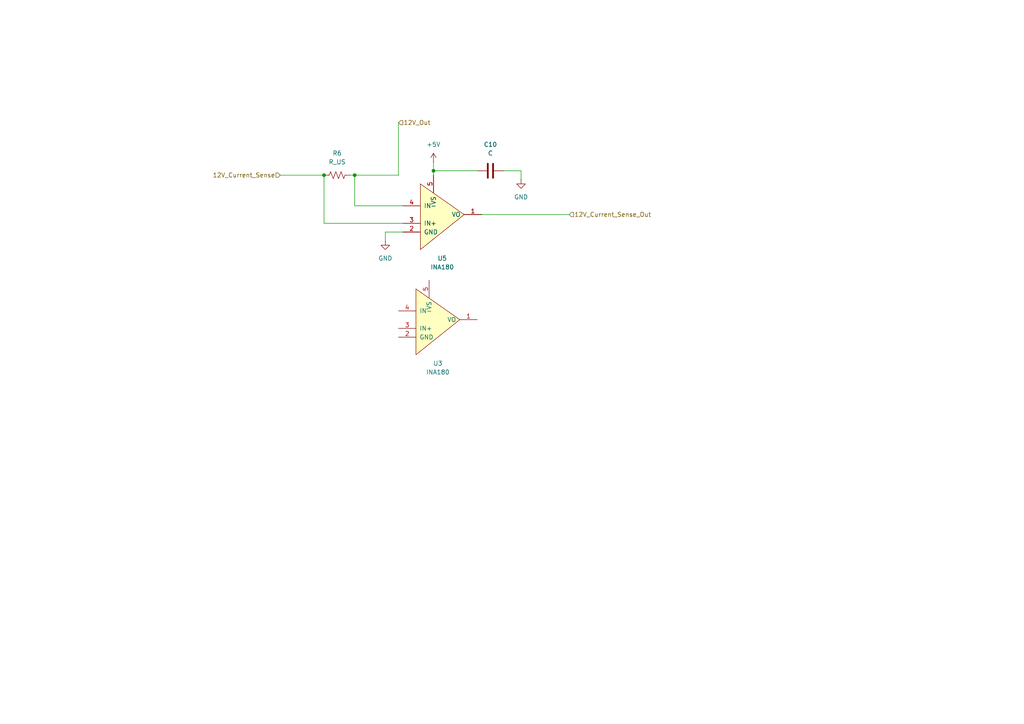
<source format=kicad_sch>
(kicad_sch (version 20231120) (generator "eeschema") (generator_version "8.0")
  (paper "A4")
  (lib_symbols
    (symbol "Device:C" (pin_numbers hide) (pin_names (offset 0.254))
      (property "Reference" "C" (at 0.635 2.54 0))
      (property "Value" "C" (at 0.635 -2.54 0))
      (symbol "C_0_1"
        (polyline (pts (xy -2.032 -0.762) (xy 2.032 -0.762)) (stroke (width 0.508)))
        (polyline (pts (xy -2.032 0.762) (xy 2.032 0.762)) (stroke (width 0.508)))
      )
      (symbol "C_1_1"
        (pin passive line (at 0 3.81 270) (length 2.794) (name "~") (number "1"))
        (pin passive line (at 0 -3.81 90) (length 2.794) (name "~") (number "2"))
      )
    )
    (symbol "Device:R_US" (pin_numbers hide) (pin_names (offset 0))
      (property "Reference" "R" (at 2.54 0 90))
      (property "Value" "R_US" (at -2.54 0 90))
      (symbol "R_US_0_1"
        (polyline (pts (xy 0 -2.286) (xy 0 -2.54)))
        (polyline (pts (xy 0 2.286) (xy 0 2.54)))
        (polyline (pts (xy 0 -0.762) (xy 1.016 -1.143) (xy 0 -1.524) (xy -1.016 -1.905) (xy 0 -2.286)))
        (polyline (pts (xy 0 0.762) (xy 1.016 0.381) (xy 0 0) (xy -1.016 -0.381) (xy 0 -0.762)))
        (polyline (pts (xy 0 2.286) (xy 1.016 1.905) (xy 0 1.524) (xy -1.016 1.143) (xy 0 0.762)))
      )
      (symbol "R_US_1_1"
        (pin passive line (at 0 3.81 270) (length 1.27) (name "~") (number "1"))
        (pin passive line (at 0 -3.81 90) (length 1.27) (name "~") (number "2"))
      )
    )
    (symbol "canhw:INA180" (pin_names (offset 1.016))
      (property "Reference" "U" (at -5.08 13.97 0))
      (property "Value" "INA180" (at -11.43 15.24 0))
      (symbol "INA180_0_1"
        (polyline (pts (xy 5.08 0) (xy -7.62 8.89)))
        (polyline (pts (xy -7.62 8.89) (xy -7.62 -10.16) (xy 5.08 0)) (fill (type background)))
      )
      (symbol "INA180_1_1"
        (pin output line (at 10.16 0 180) (length 5.08) (name "VO") (number "1"))
        (pin power_in line (at -12.7 -5.08 0) (length 5.08) (name "GND") (number "2"))
        (pin input line (at -12.7 -2.54 0) (length 5.08) (name "IN+") (number "3"))
        (pin input line (at -12.7 2.54 0) (length 5.08) (name "IN-") (number "4"))
        (pin power_in line (at -3.81 11.43 270) (length 5.08) (name "VS") (number "5"))
      )
    )
    (symbol "power:+5V" (power) (pin_numbers hide) (pin_names (offset 0) hide)
      (property "Value" "+5V" (at 0 3.556 0))
      (symbol "+5V_0_1"
        (polyline (pts (xy -0.762 1.27) (xy 0 2.54)))
        (polyline (pts (xy 0 0) (xy 0 2.54)))
        (polyline (pts (xy 0 2.54) (xy 0.762 1.27)))
      )
      (symbol "+5V_1_1"
        (pin power_in line (at 0 0 90) (length 0) (name "~") (number "1"))
      )
    )
    (symbol "power:GND" (power) (pin_numbers hide) (pin_names (offset 0) hide)
      (property "Value" "GND" (at 0 -3.81 0))
      (symbol "GND_0_1"
        (polyline (pts (xy 0 0) (xy 0 -1.27) (xy 1.27 -1.27) (xy 0 -2.54) (xy -1.27 -1.27) (xy 0 -1.27)))
      )
      (symbol "GND_1_1"
        (pin power_in line (at 0 0 270) (length 0) (name "~") (number "1"))
      )
    )
  )
  (junction (at 93.98 50.8))
  (junction (at 125.73 49.53))
  (junction (at 102.87 50.8))
  (wire (pts (xy 146.05 49.53) (xy 151.13 49.53)))
  (wire (pts (xy 93.98 50.8) (xy 93.98 64.77)))
  (wire (pts (xy 101.6 50.8) (xy 102.87 50.8)))
  (wire (pts (xy 115.57 35.56) (xy 115.57 50.8)))
  (wire (pts (xy 125.73 46.99) (xy 125.73 49.53)))
  (wire (pts (xy 125.73 49.53) (xy 125.73 50.8)))
  (wire (pts (xy 102.87 59.69) (xy 116.84 59.69)))
  (wire (pts (xy 116.84 64.77) (xy 93.98 64.77)))
  (wire (pts (xy 151.13 49.53) (xy 151.13 52.07)))
  (wire (pts (xy 111.76 67.31) (xy 116.84 67.31)))
  (wire (pts (xy 102.87 50.8) (xy 115.57 50.8)))
  (wire (pts (xy 111.76 69.85) (xy 111.76 67.31)))
  (wire (pts (xy 93.98 50.8) (xy 81.28 50.8)))
  (wire (pts (xy 102.87 50.8) (xy 102.87 59.69)))
  (wire (pts (xy 125.73 49.53) (xy 138.43 49.53)))
  (wire (pts (xy 139.7 62.23) (xy 165.1 62.23)))
  (hierarchical_label "12V_Current_Sense_Out" (shape input) (at 165.1 62.23 0))
  (hierarchical_label "12V_Out" (shape input) (at 115.57 35.56 0))
  (hierarchical_label "12V_Current_Sense" (shape input) (at 81.28 50.8 180))
  (symbol (lib_id "Device:C") (at 142.24 49.53 90) (unit 1)
    (property "Reference" "C10" (at 142.24 41.91 90))
    (property "Value" "C" (at 142.24 44.45 90))
    (property "Description" "Unpolarized capacitor" (effects (hide yes)))
  )
  (symbol (lib_id "power:+5V") (at 125.73 46.99 0) (unit 1)
    (property "Reference" "#PWR022" (effects (hide yes)))
    (property "Value" "+5V" (at 125.73 41.91 0))
    (property "Description" "Power symbol creates a global label with name \"+5V\"" (effects (hide yes)))
  )
  (symbol (lib_id "Device:R_US") (at 97.79 50.8 90) (unit 1)
    (property "Reference" "R6" (at 97.79 44.45 90))
    (property "Value" "R_US" (at 97.79 46.99 90))
    (property "Description" "Resistor, US symbol" (effects (hide yes)))
  )
  (symbol (lib_id "power:GND") (at 151.13 52.07 0) (unit 1)
    (property "Reference" "#PWR023" (effects (hide yes)))
    (property "Value" "GND" (at 151.13 57.15 0))
    (property "Description" "Power symbol creates a global label with name \"GND\" , ground" (effects (hide yes)))
  )
  (symbol (lib_id "canhw:INA180") (at 129.54 62.23 0) (unit 1)
    (property "Reference" "U5" (at 128.27 74.93 0))
    (property "Value" "INA180" (at 128.27 77.47 0))
  )
  (symbol (lib_id "canhw:INA180") (at 128.27 92.71 0) (unit 1)
    (property "Reference" "U3" (at 127 105.41 0))
    (property "Value" "INA180" (at 127 107.95 0))
  )
  (symbol (lib_id "power:GND") (at 111.76 69.85 0) (unit 1)
    (property "Reference" "#PWR021" (effects (hide yes)))
    (property "Value" "GND" (at 111.76 74.93 0))
    (property "Description" "Power symbol creates a global label with name \"GND\" , ground" (effects (hide yes)))
  )
)
</source>
